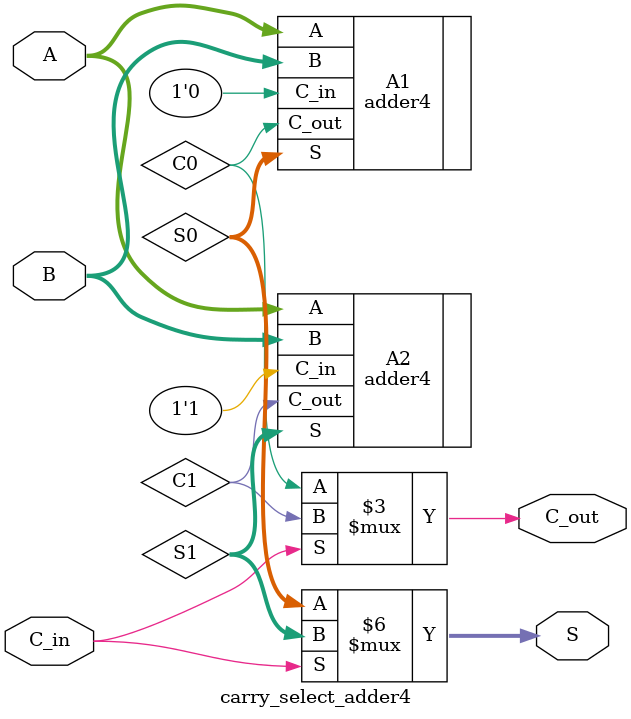
<source format=sv>
module carry_select_adder4
(
    input   logic[3:0]	A,
    input   logic[3:0]	B,
    input	logic		C_in,
    output  logic[3:0] 	S,
    output  logic		C_out
);

	logic select, C0, C1;
	logic [3:0] S0, S1;
	adder4 A1 (.A (A), .B (B), .C_in (1'b0), .S (S0), .C_out (C0));
	adder4 A2 (.A (A), .B (B), .C_in (1'b1), .S (S1), .C_out (C1));

	always_comb
	if (C_in)
	begin
		S = S1;
		C_out = C1;
	end
	else
	begin
		S = S0;
		C_out = C0;
	end
endmodule	

</source>
